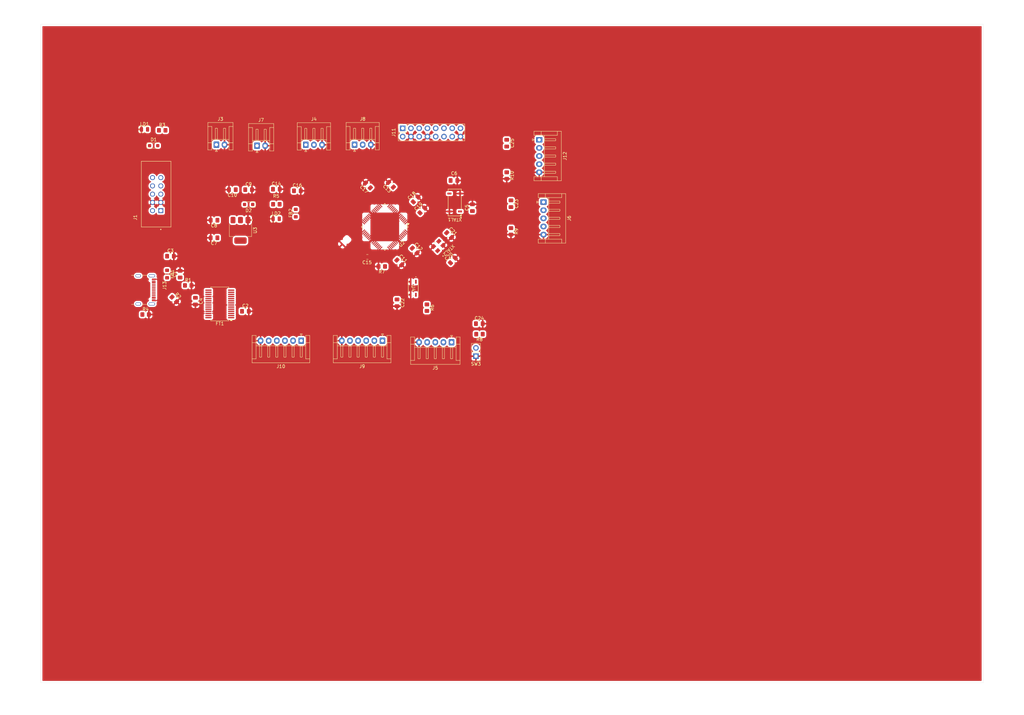
<source format=kicad_pcb>
(kicad_pcb (version 20241229) (generator "pcbnew") (generator_version "9.0")
  (layers (0 "F.Cu" signal) (4 "In1.Cu" signal) (6 "In2.Cu" signal) (2 "B.Cu" signal) (13 "F.Paste" user) (15 "B.Paste" user) (5 "F.SilkS" user "F.Silkscreen") (7 "B.SilkS" user "B.Silkscreen") (1 "F.Mask" user) (3 "B.Mask" user) (25 "Edge.Cuts" user))
  (net 0 "")
  (net 1 "+5V")
  (net 2 "/VBUS")
  (net 3 "+3V0")
  (net 4 "/3v3-vo")
  (net 5 "/HS_CLK-IN")
  (net 6 "/HS_CLK-OUT")
  (net 7 "/3VA")
  (net 8 "/LS_CLK-IN")
  (net 9 "/LS_CLK-OUT")
  (net 10 "/NRST")
  (net 11 "/ADMIN_JOYSTICK-BUTTON")
  (net 12 "/ADMIN_CONSOLE-BUTTON")
  (net 13 "GND")
  (net 14 "/U5V")
  (net 15 "/PA14")
  (net 16 "/V3.3_IN")
  (net 17 "/PA13")
  (net 18 "/D+")
  (net 19 "Net-(LD1-A)")
  (net 20 "Net-(LD2-A)")
  (net 21 "/D-")
  (net 22 "Net-(FT1-3V3OUT)")
  (net 24 "/IR_IN_1")
  (net 28 "/CONSOLE_DISP-2")
  (net 34 "/CONSOLE_DISP-1")
  (net 36 "/CONSOLE_DISP-3")
  (net 41 "/ADMIN_JOYSTICK-Y")
  (net 42 "/ADMIN_JOYSTICK-X")
  (net 43 "/IR_IN_2")
  (net 44 "/PB13")
  (net 45 "/PB15")
  (net 46 "/PB14")
  (net 47 "/PB12")
  (net 48 "/PC7")
  (net 49 "/PC6")
  (net 50 "/PC9")
  (net 51 "/PC8")
  (net 52 "/B")
  (net 53 "/C")
  (net 54 "/PB1")
  (net 55 "/G1")
  (net 56 "/B1")
  (net 57 "/CLK")
  (net 58 "/G2")
  (net 59 "/OE")
  (net 60 "/D")
  (net 61 "/PB11")
  (net 62 "/LAT")
  (net 63 "/A")
  (net 64 "/B2")
  (net 65 "/PA1")
  (net 66 "/PA0")
  (net 67 "/BOOT0")
  (net 68 "/PC12")
  (net 69 "/PD2")
  (net 70 "/PB4")
  (net 71 "/PB6")
  (net 72 "/PC13")
  (net 73 "/PB7")
  (net 74 "/PA10")
  (net 75 "/PA12")
  (net 76 "/PB8")
  (net 77 "+24V")
  (net 78 "/PB9")
  (net 79 "/PC3")
  (net 80 "/PB5")
  (net 81 "/PA11")
  (net 83 "Net-(J13-CC1)")
  (net 84 "Net-(J13-CC2)")
  (net 85 "Net-(J13-SHIELD)")
  (footprint "Capacitor_SMD:C_0805_2012Metric_Pad1.18x1.45mm_HandSolder" (layer "F.Cu") (at 119.913798 59.749392 45)
    (property "Reference" "C19" (at 0.000001 -1.68 45) (layer "F.SilkS"))
    (property "Value" "1uf")
    (pad "1" smd roundrect (at -1.0375 0 45) (size 1.175 1.45) (layers "F.Cu" "F.Mask" "F.Paste") (roundrect_rratio 0.212766) (net 7 "/3VA"))
    (pad "2" smd roundrect (at 1.0375 0 45) (size 1.175 1.45) (layers "F.Cu" "F.Mask" "F.Paste") (roundrect_rratio 0.212766) (net 13 "GND"))
  )
  (footprint "Resistor_SMD:R_0805_2012Metric_Pad1.20x1.40mm_HandSolder" (layer "F.Cu") (at 145.867501 49 -90)
    (property "Reference" "R10" (at 0 -1.65 90) (layer "F.SilkS"))
    (property "Value" "10K")
    (pad "1" smd roundrect (at -1 0 270) (size 1.2 1.4) (layers "F.Cu" "F.Mask" "F.Paste") (roundrect_rratio 0.208333) (net 72 "/PC13"))
    (pad "2" smd roundrect (at 1 0 270) (size 1.2 1.4) (layers "F.Cu" "F.Mask" "F.Paste") (roundrect_rratio 0.208333) (net 13 "GND"))
  )
  (footprint "Capacitor_SMD:C_0805_2012Metric_Pad1.18x1.45mm_HandSolder" (layer "F.Cu") (at 117.547061 72.062889 -45)
    (property "Reference" "C12" (at 0.000001 -1.68 135) (layer "F.SilkS"))
    (property "Value" ".1uF")
    (pad "1" smd roundrect (at -1.0375 0 315) (size 1.175 1.45) (layers "F.Cu" "F.Mask" "F.Paste") (roundrect_rratio 0.212766) (net 3 "+3V0"))
    (pad "2" smd roundrect (at 1.0375 0 315) (size 1.175 1.45) (layers "F.Cu" "F.Mask" "F.Paste") (roundrect_rratio 0.212766) (net 13 "GND"))
  )
  (footprint "Connector_PinHeader_2.54mm:PinHeader_1x02_P2.54mm_Vertical" (layer "F.Cu") (at 136.4 104.561311 180)
    (property "Reference" "SW3" (at -0.000001 -2.38 0) (layer "F.SilkS"))
    (property "Value" "1x02JST-Admin Console button connector")
    (pad "1" thru_hole rect (at 0 0 180) (size 1.7 1.7) (drill 1) (layers "*.Cu" "*.Mask") (net 13 "GND"))
    (pad "2" thru_hole circle (at 0 2.54 180) (size 1.7 1.7) (drill 1) (layers "*.Cu" "*.Mask") (net 12 "/ADMIN_CONSOLE-BUTTON"))
  )
  (footprint "Connector_JST:JST_EH_S2B-EH_1x02_P2.50mm_Horizontal" (layer "F.Cu") (at 69.064389 39.8219)
    (property "Reference" "J7" (at 1.249999 -7.900001 0) (layer "F.SilkS"))
    (property "Value" "1x02JST-IR Transmitter")
    (pad "1" thru_hole roundrect (at 0 0) (size 1.7 2) (drill 1) (layers "*.Cu" "*.Mask") (roundrect_rratio 0.147059) (net 1 "+5V"))
    (pad "2" thru_hole oval (at 2.5 0) (size 1.7 2) (drill 1) (layers "*.Cu" "*.Mask") (net 13 "GND"))
  )
  (footprint "Capacitor_SMD:C_0805_2012Metric_Pad1.18x1.45mm_HandSolder" (layer "F.Cu") (at 65.487748 90.753236)
    (property "Reference" "C2" (at 0 -1.679999 0) (layer "F.SilkS"))
    (property "Value" ".1uF")
    (pad "1" smd roundrect (at -1.0375 0) (size 1.175 1.45) (layers "F.Cu" "F.Mask" "F.Paste") (roundrect_rratio 0.212766) (net 1 "+5V"))
    (pad "2" smd roundrect (at 1.0375 0) (size 1.175 1.45) (layers "F.Cu" "F.Mask" "F.Paste") (roundrect_rratio 0.212766) (net 13 "GND"))
  )
  (footprint "Capacitor_SMD:C_0805_2012Metric_Pad1.18x1.45mm_HandSolder" (layer "F.Cu") (at 55.837915 68.149152 180)
    (property "Reference" "C7" (at 0 -1.679999 0) (layer "F.SilkS"))
    (property "Value" "22uF")
    (pad "1" smd roundrect (at -1.0375 0 180) (size 1.175 1.45) (layers "F.Cu" "F.Mask" "F.Paste") (roundrect_rratio 0.212766) (net 1 "+5V"))
    (pad "2" smd roundrect (at 1.0375 0 180) (size 1.175 1.45) (layers "F.Cu" "F.Mask" "F.Paste") (roundrect_rratio 0.212766) (net 13 "GND"))
  )
  (footprint "Package_SO:SSOP-28_5.3x10.2mm_P0.65mm" (layer "F.Cu") (at 57.615175 88.489438 180)
    (property "Reference" "FT1" (at 0 -6.05 0) (layer "F.SilkS"))
    (property "Value" "~")
    (pad "1" smd roundrect (at -3.5 -4.225 180) (size 1.9 0.4) (layers "F.Cu" "F.Mask" "F.Paste") (net 69 "/PD2"))
    (pad "2" smd roundrect (at -3.5 -3.575001 180) (size 1.9 0.4) (layers "F.Cu" "F.Mask" "F.Paste"))
    (pad "3" smd roundrect (at -3.499999 -2.925 180) (size 1.9 0.4) (layers "F.Cu" "F.Mask" "F.Paste"))
    (pad "4" smd roundrect (at -3.500001 -2.274999 180) (size 1.9 0.4) (layers "F.Cu" "F.Mask" "F.Paste") (net 1 "+5V"))
    (pad "5" smd roundrect (at -3.5 -1.625 180) (size 1.9 0.4) (layers "F.Cu" "F.Mask" "F.Paste") (net 68 "/PC12"))
    (pad "6" smd roundrect (at -3.5 -0.975001 180) (size 1.9 0.4) (layers "F.Cu" "F.Mask" "F.Paste"))
    (pad "7" smd roundrect (at -3.499999 -0.325 180) (size 1.9 0.4) (layers "F.Cu" "F.Mask" "F.Paste") (net 13 "GND"))
    (pad "8" smd roundrect (at -3.499999 0.324999 180) (size 1.9 0.4) (layers "F.Cu" "F.Mask" "F.Paste"))
    (pad "9" smd roundrect (at -3.5 0.975 180) (size 1.9 0.4) (layers "F.Cu" "F.Mask" "F.Paste"))
    (pad "10" smd roundrect (at -3.5 1.625 180) (size 1.9 0.4) (layers "F.Cu" "F.Mask" "F.Paste"))
    (pad "11" smd roundrect (at -3.5 2.275 180) (size 1.9 0.4) (layers "F.Cu" "F.Mask" "F.Paste"))
    (pad "12" smd roundrect (at -3.499999 2.925 180) (size 1.9 0.4) (layers "F.Cu" "F.Mask" "F.Paste"))
    (pad "13" smd roundrect (at -3.499999 3.574999 180) (size 1.9 0.4) (layers "F.Cu" "F.Mask" "F.Paste"))
    (pad "14" smd roundrect (at -3.5 4.225 180) (size 1.9 0.4) (layers "F.Cu" "F.Mask" "F.Paste"))
    (pad "15" smd roundrect (at 3.5 4.225 180) (size 1.9 0.4) (layers "F.Cu" "F.Mask" "F.Paste") (net 21 "/D-"))
    (pad "16" smd roundrect (at 3.5 3.575001 180) (size 1.9 0.4) (layers "F.Cu" "F.Mask" "F.Paste") (net 18 "/D+"))
    (pad "17" smd roundrect (at 3.499999 2.925 180) (size 1.9 0.4) (layers "F.Cu" "F.Mask" "F.Paste") (net 22 "Net-(FT1-3V3OUT)"))
    (pad "18" smd roundrect (at 3.500001 2.274999 180) (size 1.9 0.4) (layers "F.Cu" "F.Mask" "F.Paste") (net 13 "GND"))
    (pad "19" smd roundrect (at 3.5 1.625 180) (size 1.9 0.4) (layers "F.Cu" "F.Mask" "F.Paste"))
    (pad "20" smd roundrect (at 3.5 0.975001 180) (size 1.9 0.4) (layers "F.Cu" "F.Mask" "F.Paste") (net 1 "+5V"))
    (pad "21" smd roundrect (at 3.499999 0.325 180) (size 1.9 0.4) (layers "F.Cu" "F.Mask" "F.Paste") (net 13 "GND"))
    (pad "22" smd roundrect (at 3.499999 -0.324999 180) (size 1.9 0.4) (layers "F.Cu" "F.Mask" "F.Paste"))
    (pad "23" smd roundrect (at 3.5 -0.975 180) (size 1.9 0.4) (layers "F.Cu" "F.Mask" "F.Paste"))
    (pad "24" smd roundrect (at 3.5 -1.625 180) (size 1.9 0.4) (layers "F.Cu" "F.Mask" "F.Paste"))
    (pad "25" smd roundrect (at 3.5 -2.275 180) (size 1.9 0.4) (layers "F.Cu" "F.Mask" "F.Paste") (net 13 "GND"))
    (pad "26" smd roundrect (at 3.499999 -2.925 180) (size 1.9 0.4) (layers "F.Cu" "F.Mask" "F.Paste") (net 13 "GND"))
    (pad "27" smd roundrect (at 3.499999 -3.574999 180) (size 1.9 0.4) (layers "F.Cu" "F.Mask" "F.Paste"))
    (pad "28" smd roundrect (at 3.5 -4.225 180) (size 1.9 0.4) (layers "F.Cu" "F.Mask" "F.Paste"))
  )
  (footprint "Connector_JST:JST_EH_S5B-EH_1x05_P2.50mm_Horizontal" (layer "F.Cu") (at 155.8675 38 -90)
    (property "Reference" "J12" (at 5.000001 -7.9 90) (layer "F.SilkS"))
    (property "Value" "1x05JST - Joystick2 connector (gamer)")
    (pad "1" thru_hole roundrect (at 0 0 270) (size 1.7 1.95) (drill 0.95) (layers "*.Cu" "*.Mask") (roundrect_rratio 0.147059) (net 3 "+3V0"))
    (pad "2" thru_hole oval (at 2.5 0 270) (size 1.7 1.95) (drill 0.95) (layers "*.Cu" "*.Mask") (net 72 "/PC13"))
    (pad "3" thru_hole oval (at 5 0 270) (size 1.7 1.95) (drill 0.95) (layers "*.Cu" "*.Mask") (net 66 "/PA0"))
    (pad "4" thru_hole oval (at 7.499999 0 270) (size 1.7 1.95) (drill 0.95) (layers "*.Cu" "*.Mask") (net 65 "/PA1"))
    (pad "5" thru_hole oval (at 10 -0.000001 270) (size 1.7 1.95) (drill 0.95) (layers "*.Cu" "*.Mask") (net 13 "GND"))
  )
  (footprint "Connector_JST:JST_EH_S3B-EH_1x03_P2.50mm_Horizontal" (layer "F.Cu") (at 84.064389 39.5373)
    (property "Reference" "J4" (at 2.500002 -7.899998 0) (layer "F.SilkS"))
    (property "Value" "1x03JST- IR Receiver1")
    (pad "1" thru_hole roundrect (at 0 0) (size 1.7 1.95) (drill 0.95) (layers "*.Cu" "*.Mask") (roundrect_rratio 0.147059) (net 1 "+5V"))
    (pad "2" thru_hole oval (at 2.5 0) (size 1.7 1.95) (drill 0.95) (layers "*.Cu" "*.Mask") (net 24 "/IR_IN_1"))
    (pad "3" thru_hole oval (at 5 0) (size 1.7 1.95) (drill 0.95) (layers "*.Cu" "*.Mask") (net 13 "GND"))
  )
  (footprint "Resistor_SMD:R_0805_2012Metric_Pad1.20x1.40mm_HandSolder" (layer "F.Cu") (at 47.9 82.8)
    (property "Reference" "R1" (at 0 -1.65 0) (layer "F.SilkS"))
    (property "Value" "5k11")
    (pad "1" smd roundrect (at -1 0) (size 1.2 1.4) (layers "F.Cu" "F.Mask" "F.Paste") (roundrect_rratio 0.208333) (net 83 "Net-(J13-CC1)"))
    (pad "2" smd roundrect (at 1 0) (size 1.2 1.4) (layers "F.Cu" "F.Mask" "F.Paste") (roundrect_rratio 0.208333) (net 13 "GND"))
  )
  (footprint "General Library:KMR241G-RESET-BUTTON" (layer "F.Cu") (at 117.123301 83.670343 -90)
    (property "Reference" "U4" (at 0 0 270) (layer "F.SilkS"))
    (property "Value" "KMR241GLFS")
    (pad "1" smd rect (at -2.0066 -0.804999 270) (size 1.1938 0.508) (layers "F.Cu" "F.Mask" "F.Paste") (net 10 "/NRST"))
    (pad "2" smd rect (at -2.0066 0.804999 270) (size 1.1938 0.508) (layers "F.Cu" "F.Mask" "F.Paste") (net 13 "GND"))
    (pad "3" smd rect (at 2.0066 0.804999 270) (size 1.1938 0.508) (layers "F.Cu" "F.Mask" "F.Paste") (net 13 "GND"))
    (pad "4" smd rect (at 2.0066 -0.804999 270) (size 1.1938 0.508) (layers "F.Cu" "F.Mask" "F.Paste") (net 10 "/NRST"))
  )
  (footprint "Capacitor_SMD:C_0805_2012Metric_Pad1.18x1.45mm_HandSolder" (layer "F.Cu") (at 66.471808 53.341914)
    (property "Reference" "C9" (at 0 -1.679999 0) (layer "F.SilkS"))
    (property "Value" ".1uF")
    (pad "1" smd roundrect (at -1.0375 0) (size 1.175 1.45) (layers "F.Cu" "F.Mask" "F.Paste") (roundrect_rratio 0.212766) (net 4 "/3v3-vo"))
    (pad "2" smd roundrect (at 1.0375 0) (size 1.175 1.45) (layers "F.Cu" "F.Mask" "F.Paste") (roundrect_rratio 0.212766) (net 13 "GND"))
  )
  (footprint "Connector_JST:JST_EH_S5B-EH_1x05_P2.50mm_Horizontal" (layer "F.Cu") (at 128.9 100.276947 180)
    (property "Reference" "J5" (at 5.000002 -7.899999 0) (layer "F.SilkS"))
    (property "Value" "1x05JST-Admin LCD Console Connector")
    (pad "1" thru_hole roundrect (at 0 0 180) (size 1.7 1.95) (drill 0.95) (layers "*.Cu" "*.Mask") (roundrect_rratio 0.147059) (net 3 "+3V0"))
    (pad "2" thru_hole oval (at 2.5 0 180) (size 1.7 1.95) (drill 0.95) (layers "*.Cu" "*.Mask") (net 34 "/CONSOLE_DISP-1"))
    (pad "3" thru_hole oval (at 5 0 180) (size 1.7 1.95) (drill 0.95) (layers "*.Cu" "*.Mask") (net 28 "/CONSOLE_DISP-2"))
    (pad "4" thru_hole oval (at 7.5 0 180) (size 1.7 1.95) (drill 0.95) (layers "*.Cu" "*.Mask") (net 36 "/CONSOLE_DISP-3"))
    (pad "5" thru_hole oval (at 10 0.000002 180) (size 1.7 1.95) (drill 0.95) (layers "*.Cu" "*.Mask") (net 13 "GND"))
  )
  (footprint "LED_SMD:LED_0805_2012Metric" (layer "F.Cu") (at 34.46 34.8)
    (property "Reference" "LD1" (at 0 -1.65 0) (layer "F.SilkS"))
    (property "Value" "LED_Red")
    (pad "1" smd roundrect (at -0.9375 0) (size 0.975 1.4) (layers "F.Cu" "F.Mask" "F.Paste") (net 13 "GND"))
    (pad "2" smd roundrect (at 0.9375 0) (size 0.975 1.4) (layers "F.Cu" "F.Mask" "F.Paste") (net 19 "Net-(LD1-A)"))
  )
  (footprint "Resistor_SMD:R_0805_2012Metric_Pad1.20x1.40mm_HandSolder" (layer "F.Cu") (at 34.794999 91.74825)
    (property "Reference" "R4" (at 0 -1.65 0) (layer "F.SilkS"))
    (property "Value" "1M")
    (pad "1" smd roundrect (at -1.000001 0) (size 1.2 1.4) (layers "F.Cu" "F.Mask" "F.Paste") (roundrect_rratio 0.208333) (net 85 "Net-(J13-SHIELD)"))
    (pad "2" smd roundrect (at 1.000001 0) (size 1.2 1.4) (layers "F.Cu" "F.Mask" "F.Paste") (roundrect_rratio 0.208333) (net 13 "GND"))
  )
  (footprint "Capacitor_SMD:C_0805_2012Metric_Pad1.18x1.45mm_HandSolder" (layer "F.Cu") (at 55.842461 62.732978 180)
    (property "Reference" "C8" (at 0 -1.679999 0) (layer "F.SilkS"))
    (property "Value" ".1uF")
    (pad "1" smd roundrect (at -1.0375 0 180) (size 1.175 1.45) (layers "F.Cu" "F.Mask" "F.Paste") (roundrect_rratio 0.212766) (net 1 "+5V"))
    (pad "2" smd roundrect (at 1.0375 0 180) (size 1.175 1.45) (layers "F.Cu" "F.Mask" "F.Paste") (roundrect_rratio 0.212766) (net 13 "GND"))
  )
  (footprint "Resistor_SMD:R_0805_2012Metric_Pad1.20x1.40mm_HandSolder" (layer "F.Cu") (at 107.431134 76.968201 180)
    (property "Reference" "R7" (at 0 -1.65 0) (layer "F.SilkS"))
    (property "Value" "100K")
    (pad "1" smd roundrect (at -1 0 180) (size 1.2 1.4) (layers "F.Cu" "F.Mask" "F.Paste") (roundrect_rratio 0.208333) (net 67 "/BOOT0"))
    (pad "2" smd roundrect (at 1 0 180) (size 1.2 1.4) (layers "F.Cu" "F.Mask" "F.Paste") (roundrect_rratio 0.208333) (net 13 "GND"))
  )
  (footprint "Sr_ Design:ECS - CRYSTAL 32.7680KHZ 6PF SMD" (layer "F.Cu") (at 129.878852 57.290698 180)
    (property "Reference" "XTAL1" (at 0 -5.26 180) (layer "F.SilkS"))
    (property "Value" "32.768kHz(12.5pF)")
    (fp_text user "*" (at -1.8923 -4.2994 180) (layer "F.SilkS"))
    (fp_text user "*" (at -1.8923 -4.2994 0) (layer "F.SilkS"))
    (pad "1" smd rect (at -1.6383 -2.75 180) (size 1.2446 0.5588) (layers "F.Cu" "F.Mask" "F.Paste") (net 5 "/HS_CLK-IN"))
    (pad "2" smd rect (at -1.6383 2.75 180) (size 1.2446 0.5588) (layers "F.Cu" "F.Mask" "F.Paste") (net 13 "GND"))
    (pad "3" smd rect (at 1.6383 2.75 180) (size 1.2446 0.5588) (layers "F.Cu" "F.Mask" "F.Paste") (net 6 "/HS_CLK-OUT"))
    (pad "4" smd rect (at 1.6383 -2.75 180) (size 1.2446 0.5588) (layers "F.Cu" "F.Mask" "F.Paste") (net 13 "GND"))
  )
  (footprint "Inductor_SMD:L_0805_2012Metric_Pad1.05x1.20mm_HandSolder" (layer "F.Cu") (at 80.971806 60.541917 90)
    (property "Reference" "FB2" (at 0 -1.55 90) (layer "F.SilkS"))
    (property "Value" "Ferrite Bead")
    (pad "1" smd roundrect (at -1.149999 0.000001 90) (size 1.05 1.2) (layers "F.Cu" "F.Mask" "F.Paste") (roundrect_rratio 0.238095) (net 7 "/3VA"))
    (pad "2" smd roundrect (at 1.149999 -0.000001 90) (size 1.05 1.2) (layers "F.Cu" "F.Mask" "F.Paste") (roundrect_rratio 0.238095) (net 3 "+3V0"))
  )
  (footprint "Connector_JST:JST_EH_S6B-EH_1x06_P2.50mm_Horizontal" (layer "F.Cu") (at 107.649999 99.799999 180)
    (property "Reference" "J9" (at 6.25 -7.9 0) (layer "F.SilkS"))
    (property "Value" "1x06Screw-Stepper Driver")
    (pad "1" thru_hole roundrect (at 0 0 180) (size 1.7 1.95) (drill 0.95) (layers "*.Cu" "*.Mask") (roundrect_rratio 0.147059) (net 77 "+24V"))
    (pad "2" thru_hole oval (at 2.5 0 180) (size 1.7 1.95) (drill 0.95) (layers "*.Cu" "*.Mask") (net 47 "/PB12"))
    (pad "3" thru_hole oval (at 5 0 180) (size 1.7 1.95) (drill 0.95) (layers "*.Cu" "*.Mask") (net 44 "/PB13"))
    (pad "4" thru_hole oval (at 7.5 0 180) (size 1.7 1.95) (drill 0.95) (layers "*.Cu" "*.Mask") (net 46 "/PB14"))
    (pad "5" thru_hole oval (at 10 0 180) (size 1.7 1.95) (drill 0.95) (layers "*.Cu" "*.Mask") (net 45 "/PB15"))
    (pad "6" thru_hole oval (at 12.5 0 180) (size 1.7 1.95) (drill 0.95) (layers "*.Cu" "*.Mask") (net 13 "GND"))
  )
  (footprint "Capacitor_SMD:C_0805_2012Metric_Pad1.18x1.45mm_HandSolder" (layer "F.Cu") (at 103.166377 52.042597 135)
    (property "Reference" "C17" (at -0.000001 -1.68 135) (layer "F.SilkS"))
    (property "Value" "1uf")
    (pad "1" smd roundrect (at -1.0375 0 135) (size 1.175 1.45) (layers "F.Cu" "F.Mask" "F.Paste") (roundrect_rratio 0.212766) (net 3 "+3V0"))
    (pad "2" smd roundrect (at 1.0375 0 135) (size 1.175 1.45) (layers "F.Cu" "F.Mask" "F.Paste") (roundrect_rratio 0.212766) (net 13 "GND"))
  )
  (footprint "Diode_SMD:D_SOD-323_HandSoldering" (layer "F.Cu") (at 66.471808 57.895849 180)
    (property "Reference" "D2" (at 0 -1.850001 0) (layer "F.SilkS"))
    (property "Value" "BAT60JFILM")
    (pad "1" smd roundrect (at -1.249999 0 180) (size 1 1) (layers "F.Cu" "F.Mask" "F.Paste") (net 3 "+3V0"))
    (pad "2" smd roundrect (at 1.249999 0 180) (size 1 1) (layers "F.Cu" "F.Mask" "F.Paste") (net 4 "/3v3-vo"))
  )
  (footprint "Connector_JST:JST_EH_S6B-EH_1x06_P2.50mm_Horizontal" (layer "F.Cu") (at 82.650001 99.8 180)
    (property "Reference" "J10" (at 6.25 -7.9 0) (layer "F.SilkS"))
    (property "Value" "1x06Screw-Stepper Driver2")
    (pad "1" thru_hole roundrect (at 0 0 180) (size 1.7 1.95) (drill 0.95) (layers "*.Cu" "*.Mask") (roundrect_rratio 0.147059) (net 77 "+24V"))
    (pad "2" thru_hole oval (at 2.5 0 180) (size 1.7 1.95) (drill 0.95) (layers "*.Cu" "*.Mask") (net 49 "/PC6"))
    (pad "3" thru_hole oval (at 5 0 180) (size 1.7 1.95) (drill 0.95) (layers "*.Cu" "*.Mask") (net 48 "/PC7"))
    (pad "4" thru_hole oval (at 7.5 0 180) (size 1.7 1.95) (drill 0.95) (layers "*.Cu" "*.Mask") (net 51 "/PC8"))
    (pad "5" thru_hole oval (at 10 0 180) (size 1.7 1.95) (drill 0.95) (layers "*.Cu" "*.Mask") (net 50 "/PC9"))
    (pad "6" thru_hole oval (at 12.5 0 180) (size 1.7 1.95) (drill 0.95) (layers "*.Cu" "*.Mask") (net 13 "GND"))
  )
  (footprint "Inductor_SMD:L_0805_2012Metric_Pad1.05x1.20mm_HandSolder" (layer "F.Cu") (at 41.4 79.3 -90)
    (property "Reference" "FB1" (at 0 -1.550001 90) (layer "F.SilkS"))
    (property "Value" "Ferrite Bead")
    (pad "1" smd roundrect (at -1.149999 0.000001 270) (size 1.05 1.2) (layers "F.Cu" "F.Mask" "F.Paste") (roundrect_rratio 0.238095) (net 1 "+5V"))
    (pad "2" smd roundrect (at 1.149999 -0.000001 270) (size 1.05 1.2) (layers "F.Cu" "F.Mask" "F.Paste") (roundrect_rratio 0.238095) (net 2 "/VBUS"))
  )
  (footprint "Capacitor_SMD:C_0805_2012Metric_Pad1.18x1.45mm_HandSolder" (layer "F.Cu") (at 137.4375 94.561311)
    (property "Reference" "C24" (at 0.000001 -1.68 0) (layer "F.SilkS"))
    (property "Value" ".1uF")
    (pad "1" smd roundrect (at -1.0375 0) (size 1.175 1.45) (layers "F.Cu" "F.Mask" "F.Paste") (roundrect_rratio 0.212766) (net 12 "/ADMIN_CONSOLE-BUTTON"))
    (pad "2" smd roundrect (at 1.0375 0) (size 1.175 1.45) (layers "F.Cu" "F.Mask" "F.Paste") (roundrect_rratio 0.212766) (net 13 "GND"))
  )
  (footprint "Capacitor_SMD:C_0805_2012Metric_Pad1.18x1.45mm_HandSolder" (layer "F.Cu") (at 112.123301 88.143149 -90)
    (property "Reference" "C22" (at 0 -1.679999 90) (layer "F.SilkS"))
    (property "Value" ".1uF")
    (pad "1" smd roundrect (at -1.0375 0 270) (size 1.175 1.45) (layers "F.Cu" "F.Mask" "F.Paste") (roundrect_rratio 0.212766) (net 10 "/NRST"))
    (pad "2" smd roundrect (at 1.0375 0 270) (size 1.175 1.45) (layers "F.Cu" "F.Mask" "F.Paste") (roundrect_rratio 0.212766) (net 13 "GND"))
  )
  (footprint "Capacitor_SMD:C_0805_2012Metric_Pad1.18x1.45mm_HandSolder" (layer "F.Cu") (at 129.280171 75.121504 45)
    (property "Reference" "C20" (at -0.000001 -1.68 45) (layer "F.SilkS"))
    (property "Value" "12.5pF")
    (pad "1" smd roundrect (at -1.0375 0 45) (size 1.175 1.45) (layers "F.Cu" "F.Mask" "F.Paste") (roundrect_rratio 0.212766) (net 8 "/LS_CLK-IN"))
    (pad "2" smd roundrect (at 1.0375 0 45) (size 1.175 1.45) (layers "F.Cu" "F.Mask" "F.Paste") (roundrect_rratio 0.212766) (net 13 "GND"))
  )
  (footprint "Resistor_SMD:R_0805_2012Metric_Pad1.20x1.40mm_HandSolder" (layer "F.Cu") (at 121.318301 89.639443 -90)
    (property "Reference" "R6" (at 0 -1.65 90) (layer "F.SilkS"))
    (property "Value" "10K")
    (pad "1" smd roundrect (at -1 0 270) (size 1.2 1.4) (layers "F.Cu" "F.Mask" "F.Paste") (roundrect_rratio 0.208333) (net 3 "+3V0"))
    (pad "2" smd roundrect (at 1 0 270) (size 1.2 1.4) (layers "F.Cu" "F.Mask" "F.Paste") (roundrect_rratio 0.208333) (net 10 "/NRST"))
  )
  (footprint "Capacitor_SMD:C_0805_2012Metric_Pad1.18x1.45mm_HandSolder" (layer "F.Cu") (at 75.009307 53.191916)
    (property "Reference" "C14" (at 0 -1.68 0) (layer "F.SilkS"))
    (property "Value" "4.7uf")
    (pad "1" smd roundrect (at -1.0375 0) (size 1.175 1.45) (layers "F.Cu" "F.Mask" "F.Paste") (roundrect_rratio 0.212766) (net 3 "+3V0"))
    (pad "2" smd roundrect (at 1.0375 0) (size 1.175 1.45) (layers "F.Cu" "F.Mask" "F.Paste") (roundrect_rratio 0.212766) (net 13 "GND"))
  )
  (footprint "Capacitor_SMD:C_0805_2012Metric_Pad1.18x1.45mm_HandSolder" (layer "F.Cu") (at 147.181796 57.66433 -90)
    (property "Reference" "C23" (at -0.000001 -1.68 90) (layer "F.SilkS"))
    (property "Value" ".1uF")
    (pad "1" smd roundrect (at -1.0375 0 270) (size 1.175 1.45) (layers "F.Cu" "F.Mask" "F.Paste") (roundrect_rratio 0.212766) (net 3 "+3V0"))
    (pad "2" smd roundrect (at 1.0375 0 270) (size 1.175 1.45) (layers "F.Cu" "F.Mask" "F.Paste") (roundrect_rratio 0.212766) (net 11 "/ADMIN_JOYSTICK-BUTTON"))
  )
  (footprint "Connector_JST:JST_EH_S2B-EH_1x02_P2.50mm_Horizontal" (layer "F.Cu") (at 56.564389 39.5048)
    (property "Reference" "J3" (at 1.249999 -7.900001 0) (layer "F.SilkS"))
    (property "Value" "1x02JST-IR Transmitter1")
    (pad "1" thru_hole roundrect (at 0 0) (size 1.7 2) (drill 1) (layers "*.Cu" "*.Mask") (roundrect_rratio 0.147059) (net 1 "+5V"))
    (pad "2" thru_hole oval (at 2.5 0) (size 1.7 2) (drill 1) (layers "*.Cu" "*.Mask") (net 13 "GND"))
  )
  (footprint "Capacitor_SMD:C_0805_2012Metric_Pad1.18x1.45mm_HandSolder" (layer "F.Cu") (at 135.315577 58.878811 90)
    (property "Reference" "C5" (at 0.000001 -1.68 90) (layer "F.SilkS"))
    (property "Value" "20pF")
    (pad "1" smd roundrect (at -1.0375 0 90) (size 1.175 1.45) (layers "F.Cu" "F.Mask" "F.Paste") (roundrect_rratio 0.212766) (net 5 "/HS_CLK-IN"))
    (pad "2" smd roundrect (at 1.0375 0 90) (size 1.175 1.45) (layers "F.Cu" "F.Mask" "F.Paste") (roundrect_rratio 0.212766) (net 13 "GND"))
  )
  (footprint "Capacitor_SMD:C_0805_2012Metric_Pad1.18x1.45mm_HandSolder" (layer "F.Cu") (at 112.821638 75.723154 -45)
    (property "Reference" "C11" (at 0.000001 -1.679999 135) (layer "F.SilkS"))
    (property "Value" ".1uF")
    (pad "1" smd roundrect (at -1.0375 0 315) (size 1.175 1.45) (layers "F.Cu" "F.Mask" "F.Paste") (roundrect_rratio 0.212766) (net 3 "+3V0"))
    (pad "2" smd roundrect (at 1.0375 0 315) (size 1.175 1.45) (layers "F.Cu" "F.Mask" "F.Paste") (roundrect_rratio 0.212766) (net 13 "GND"))
  )
  (footprint "Resistor_SMD:R_0805_2012Metric_Pad1.20x1.40mm_HandSolder" (layer "F.Cu") (at 75.009308 57.82957)
    (property "Reference" "R5" (at -0.0625 -2.5 0) (layer "F.SilkS"))
    (property "Value" "1k")
    (pad "1" smd roundrect (at -1 0) (size 1.2 1.4) (layers "F.Cu" "F.Mask" "F.Paste") (roundrect_rratio 0.208333) (net 3 "+3V0"))
    (pad "2" smd roundrect (at 1 0) (size 1.2 1.4) (layers "F.Cu" "F.Mask" "F.Paste") (roundrect_rratio 0.208333) (net 20 "Net-(LD2-A)"))
  )
  (footprint "Connector_JST:JST_EH_S5B-EH_1x05_P2.50mm_Horizontal" (layer "F.Cu") (at 157.181795 57.164331 -90)
    (property "Reference" "J6" (at 5.000001 -7.9 90) (layer "F.SilkS"))
    (property "Value" "1x05JST - Joystick1 connector (admin)")
    (pad "1" thru_hole roundrect (at 0 0 270) (size 1.7 1.95) (drill 0.95) (layers "*.Cu" "*.Mask") (roundrect_rratio 0.147059) (net 3 "+3V0"))
    (pad "2" thru_hole oval (at 2.5 0 270) (size 1.7 1.95) (drill 0.95) (layers "*.Cu" "*.Mask") (net 11 "/ADMIN_JOYSTICK-BUTTON"))
    (pad "3" thru_hole oval (at 5 0 270) (size 1.7 1.95) (drill 0.95) (layers "*.Cu" "*.Mask") (net 42 "/ADMIN_JOYSTICK-X"))
    (pad "4" thru_hole oval (at 7.499999 0 270) (size 1.7 1.95) (drill 0.95) (layers "*.Cu" "*.Mask") (net 41 "/ADMIN_JOYSTICK-Y"))
    (pad "5" thru_hole oval (at 10 -0.000001 270) (size 1.7 1.95) (drill 0.95) (layers "*.Cu" "*.Mask") (net 13 "GND"))
  )
  (footprint "Capacitor_SMD:C_0805_2012Metric_Pad1.18x1.45mm_HandSolder" (layer "F.Cu") (at 45.4 79.3375 90)
    (property "Reference" "C1" (at 0 -1.679999 90) (layer "F.SilkS"))
    (property "Value" ".01uF")
    (pad "1" smd roundrect (at -1.0375 0 90) (size 1.175 1.45) (layers "F.Cu" "F.Mask" "F.Paste") (roundrect_rratio 0.212766) (net 2 "/VBUS"))
    (pad "2" smd roundrect (at 1.0375 0 90) (size 1.175 1.45) (layers "F.Cu" "F.Mask" "F.Paste") (roundrect_rratio 0.212766) (net 13 "GND"))
  )
  (footprint "Diode_SMD:D_SOD-323_HandSoldering" (layer "F.Cu") (at 37.2725 39.8)
    (property "Reference" "D1" (at 0 -1.85 0) (layer "F.SilkS"))
    (property "Value" "BAT60JFILM")
    (pad "1" smd roundrect (at -1.25 0) (size 1 1) (layers "F.Cu" "F.Mask" "F.Paste") (net 1 "+5V"))
    (pad "2" smd roundrect (at 1.25 0) (size 1 1) (layers "F.Cu" "F.Mask" "F.Paste") (net 14 "/U5V"))
  )
  (footprint "Capacitor_SMD:C_0805_2012Metric_Pad1.18x1.45mm_HandSolder" (layer "F.Cu") (at 81.471807 53.691916)
    (property "Reference" "C16" (at 0 -1.68 0) (layer "F.SilkS"))
    (property "Value" "4.7uf")
    (pad "1" smd roundrect (at -1.0375 0) (size 1.175 1.45) (layers "F.Cu" "F.Mask" "F.Paste") (roundrect_rratio 0.212766) (net 3 "+3V0"))
    (pad "2" smd roundrect (at 1.0375 0) (size 1.175 1.45) (layers "F.Cu" "F.Mask" "F.Paste") (roundrect_rratio 0.212766) (net 13 "GND"))
  )
  (footprint "Capacitor_SMD:C_0805_2012Metric_Pad1.18x1.45mm_HandSolder" (layer "F.Cu") (at 42.4375 73.8)
    (property "Reference" "C3" (at 0 -1.68 0) (layer "F.SilkS"))
    (property "Value" "4.7uF")
    (pad "1" smd roundrect (at -1.0375 0) (size 1.175 1.45) (layers "F.Cu" "F.Mask" "F.Paste") (roundrect_rratio 0.212766) (net 1 "+5V"))
    (pad "2" smd roundrect (at 1.0375 0) (size 1.175 1.45) (layers "F.Cu" "F.Mask" "F.Paste") (roundrect_rratio 0.212766) (net 13 "GND"))
  )
  (footprint "Sr_ Design:USB-C-PORT-2" (layer "F.Cu") (at 33.535 84.16825 -90)
    (property "Reference" "J13" (at -1.325 -7.075 90) (layer "F.SilkS"))
    (property "Value" "UJ20-C-H-C-4-SMT-TR")
    (pad "" np_thru_hole circle (at -2.89 -2.69 270) (size 0.6 0.6) (drill 0.6) (layers "*.Cu" "*.Mask"))
    (pad "" np_thru_hole circle (at 2.89 -2.69 270) (size 0.6 0.6) (drill 0.6) (layers "*.Cu" "*.Mask"))
    (pad "A1_B12" smd rect (at -3.2 -3.76 270) (size 0.6 1.14) (layers "F.Cu" "F.Paste") (net 13 "GND"))
    (pad "A4_B9" smd rect (at -2.4 -3.76 270) (size 0.6 1.14) (layers "F.Cu" "F.Paste") (net 2 "/VBUS"))
    (pad "A5" smd rect (at -1.25 -3.76 270) (size 0.3 1.14) (layers "F.Cu" "F.Paste") (net 83 "Net-(J13-CC1)"))
    (pad "A6" smd rect (at -0.250001 -3.76 270) (size 0.3 1.14) (layers "F.Cu" "F.Paste") (net 18 "/D+"))
    (pad "A7" smd rect (at 0.25 -3.76 270) (size 0.3 1.14) (layers "F.Cu" "F.Paste") (net 21 "/D-"))
    (pad "A8" smd rect (at 1.25 -3.76 270) (size 0.3 1.14) (layers "F.Cu" "F.Paste"))
    (pad "A9_B4" smd rect (at 2.399999 -3.759998 270) (size 0.6 1.14) (layers "F.Cu" "F.Paste") (net 2 "/VBUS"))
    (pad "A12_B1" smd rect (at 3.2 -3.76 270) (size 0.6 1.14) (layers "F.Cu" "F.Paste") (net 13 "GND"))
    (pad "B5" smd rect (at 1.749999 -3.76 270) (size 0.3 1.14) (layers "F.Cu" "F.Paste") (net 84 "Net-(J13-CC2)"))
    (pad "B6" smd rect (at 0.75 -3.760002 270) (size 0.3 1.14) (layers "F.Cu" "F.Paste") (net 18 "/D+"))
    (pad "B7" smd rect (at -0.75 -3.759999 270) (size 0.3 1.14) (layers "F.Cu" "F.Paste") (net 21 "/D-"))
    (pad "B8" smd rect (at -1.75 -3.76 270) (size 0.3 1.14) (layers "F.Cu" "F.Paste"))
    (pad "SH1" thru_hole oval (at -4.324999 1.010001 270) (size 0.9 1.7) (drill oval 0.6 1.4) (layers "*.Cu" "*.Mask") (net 85 "Net-(J13-SHIELD)"))
    (pad "SH2" thru_hole oval (at 4.324999 1.01 270) (size 0.9 1.7) (drill oval 0.6 1.4) (layers "*.Cu" "*.Mask") (net 85 "Net-(J13-SHIELD)"))
    (pad "SH3" thru_hole oval (at -4.325 -3.17 270) (size 0.9 2) (drill oval 0.6 1.7) (layers "*.Cu" "*.Mask") (net 85 "Net-(J13-SHIELD)"))
    (pad "SH4" thru_hole oval (at 4.325 -3.17 270) (size 0.9 2) (drill oval 0.6 1.7) (layers "*.Cu" "*.Mask") (net 85 "Net-(J13-SHIELD)"))
  )
  (footprint "Capacitor_SMD:C_0805_2012Metric_Pad1.18x1.45mm_HandSolder" (layer "F.Cu") (at 128.150307 67.321202 -45)
    (property "Reference" "C21" (at -0.000001 -1.679999 135) (layer "F.SilkS"))
    (property "Value" "12.5pF")
    (pad "1" smd roundrect (at -1.0375 0 315) (size 1.175 1.45) (layers "F.Cu" "F.Mask" "F.Paste") (roundrect_rratio 0.212766) (net 9 "/LS_CLK-OUT"))
    (pad "2" smd roundrect (at 1.0375 0 315) (size 1.175 1.45) (layers "F.Cu" "F.Mask" "F.Paste") (roundrect_rratio 0.212766) (net 13 "GND"))
  )
  (footprint "Resistor_SMD:R_0805_2012Metric_Pad1.20x1.40mm_HandSolder" (layer "F.Cu") (at 147.181796 66.164329 -90)
    (property "Reference" "R9" (at 0 -1.65 90) (layer "F.SilkS"))
    (property "Value" "10K")
    (pad "1" smd roundrect (at -1 0 270) (size 1.2 1.4) (layers "F.Cu" "F.Mask" "F.Paste") (roundrect_rratio 0.208333) (net 11 "/ADMIN_JOYSTICK-BUTTON"))
    (pad "2" smd roundrect (at 1 0 270) (size 1.2 1.4) (layers "F.Cu" "F.Mask" "F.Paste") (roundrect_rratio 0.208333) (net 13 "GND"))
  )
  (footprint "Package_QFP:LQFP-64_10x10mm_P0.5mm" (layer "F.Cu") (at 108.360902 64.8 -135)
    (property "Reference" "U2" (at 0.000001 -7.4 45) (layer "F.SilkS"))
    (property "Value" "STM32F091RCTx")
    (pad "1" smd roundrect (at -5.675 -3.749999 225) (size 1.55 0.3) (layers "F.Cu" "F.Mask" "F.Paste") (net 3 "+3V0"))
    (pad "2" smd roundrect (at -5.675 -3.25 225) (size 1.55 0.3) (layers "F.Cu" "F.Mask" "F.Paste") (net 72 "/PC13"))
    (pad "3" smd roundrect (at -5.675001 -2.75 225) (size 1.55 0.3) (layers "F.Cu" "F.Mask" "F.Paste") (net 8 "/LS_CLK-IN"))
    (pad "4" smd roundrect (at -5.675 -2.25 225) (size 1.55 0.3) (layers "F.Cu" "F.Mask" "F.Paste") (net 9 "/LS_CLK-OUT"))
    (pad "5" smd roundrect (at -5.675 -1.75 225) (size 1.55 0.3) (layers "F.Cu" "F.Mask" "F.Paste") (net 5 "/HS_CLK-IN"))
    (pad "6" smd roundrect (at -5.675 -1.249999 225) (size 1.55 0.3) (layers "F.Cu" "F.Mask" "F.Paste") (net 6 "/HS_CLK-OUT"))
    (pad "7" smd roundrect (at -5.675 -0.75 225) (size 1.55 0.3) (layers "F.Cu" "F.Mask" "F.Paste") (net 10 "/NRST"))
    (pad "8" smd roundrect (at -5.675 -0.249999 225) (size 1.55 0.3) (layers "F.Cu" "F.Mask" "F.Paste") (net 42 "/ADMIN_JOYSTICK-X"))
    (pad "9" smd roundrect (at -5.674999 0.25 225) (size 1.55 0.3) (layers "F.Cu" "F.Mask" "F.Paste") (net 41 "/ADMIN_JOYSTICK-Y"))
    (pad "10" smd roundrect (at -5.675 0.75 225) (size 1.55 0.3) (layers "F.Cu" "F.Mask" "F.Paste") (net 11 "/ADMIN_JOYSTICK-BUTTON"))
    (pad "11" smd roundrect (at -5.675 1.249999 225) (size 1.55 0.3) (layers "F.Cu" "F.Mask" "F.Paste") (net 79 "/PC3"))
    (pad "12" smd roundrect (at -5.675 1.75 225) (size 1.55 0.3) (layers "F.Cu" "F.Mask" "F.Paste") (net 13 "GND"))
    (pad "13" smd roundrect (at -5.675 2.25 225) (size 1.55 0.3) (layers "F.Cu" "F.Mask" "F.Paste") (net 7 "/3VA"))
    (pad "14" smd roundrect (at -5.674999 2.75 225) (size 1.55 0.3) (layers "F.Cu" "F.Mask" "F.Paste") (net 66 "/PA0"))
    (pad "15" smd roundrect (at -5.675 3.25 225) (size 1.55 0.3) (layers "F.Cu" "F.Mask" "F.Paste") (net 65 "/PA1"))
    (pad "16" smd roundrect (at -5.675 3.749999 225) (size 1.55 0.3) (layers "F.Cu" "F.Mask" "F.Paste") (net 59 "/OE"))
    (pad "17" smd roundrect (at -3.749999 5.675 225) (size 0.3 1.55) (layers "F.Cu" "F.Mask" "F.Paste") (net 62 "/LAT"))
    (pad "18" smd roundrect (at -3.25 5.675 225) (size 0.3 1.55) (layers "F.Cu" "F.Mask" "F.Paste") (net 13 "GND"))
    (pad "19" smd roundrect (at -2.75 5.675001 225) (size 0.3 1.55) (layers "F.Cu" "F.Mask" "F.Paste") (net 3 "+3V0"))
    (pad "20" smd roundrect (at -2.25 5.675 225) (size 0.3 1.55) (layers "F.Cu" "F.Mask" "F.Paste") (net 57 "/CLK"))
    (pad "21" smd roundrect (at -1.75 5.675 225) (size 0.3 1.55) (layers "F.Cu" "F.Mask" "F.Paste") (net 60 "/D"))
    (pad "22" smd roundrect (at -1.249999 5.675 225) (size 0.3 1.55) (layers "F.Cu" "F.Mask" "F.Paste") (net 53 "/C"))
    (pad "23" smd roundrect (at -0.75 5.675 225) (size 0.3 1.55) (layers "F.Cu" "F.Mask" "F.Paste") (net 52 "/B"))
    (pad "24" smd roundrect (at -0.249999 5.675 225) (size 0.3 1.55) (layers "F.Cu" "F.Mask" "F.Paste") (net 63 "/A"))
    (pad "25" smd roundrect (at 0.25 5.674999 225) (size 0.3 1.55) (layers "F.Cu" "F.Mask" "F.Paste") (net 64 "/B2"))
    (pad "26" smd roundrect (at 0.75 5.675 225) (size 0.3 1.55) (layers "F.Cu" "F.Mask" "F.Paste") (net 58 "/G2"))
    (pad "27" smd roundrect (at 1.249999 5.675 225) (size 0.3 1.55) (layers "F.Cu" "F.Mask" "F.Paste") (net 54 "/PB1"))
    (pad "28" smd roundrect (at 1.75 5.675 225) (size 0.3 1.55) (layers "F.Cu" "F.Mask" "F.Paste") (net 56 "/B1"))
    (pad "29" smd roundrect (at 2.25 5.675 225) (size 0.3 1.55) (layers "F.Cu" "F.Mask" "F.Paste") (net 55 "/G1"))
    (pad "30" smd roundrect (at 2.75 5.674999 225) (size 0.3 1.55) (layers "F.Cu" "F.Mask" "F.Paste") (net 61 "/PB11"))
    (pad "31" smd roundrect (at 3.25 5.675 225) (size 0.3 1.55) (layers "F.Cu" "F.Mask" "F.Paste") (net 13 "GND"))
    (pad "32" smd roundrect (at 3.749999 5.675 225) (size 0.3 1.55) (layers "F.Cu" "F.Mask" "F.Paste") (net 3 "+3V0"))
    (pad "33" smd roundrect (at 5.675 3.749999 225) (size 1.55 0.3) (layers "F.Cu" "F.Mask" "F.Paste") (net 47 "/PB12"))
    (pad "34" smd roundrect (at 5.675 3.25 225) (size 1.55 0.3) (layers "F.Cu" "F.Mask" "F.Paste") (net 44 "/PB13"))
    (pad "35" smd roundrect (at 5.675001 2.75 225) (size 1.55 0.3) (layers "F.Cu" "F.Mask" "F.Paste") (net 46 "/PB14"))
    (pad "36" smd roundrect (at 5.675 2.25 225) (size 1.55 0.3) (layers "F.Cu" "F.Mask" "F.Paste") (net 45 "/PB15"))
    (pad "37" smd roundrect (at 5.675 1.75 225) (size 1.55 0.3) (layers "F.Cu" "F.Mask" "F.Paste") (net 49 "/PC6"))
    (pad "38" smd roundrect (at 5.675 1.249999 225) (size 1.55 0.3) (layers "F.Cu" "F.Mask" "F.Paste") (net 48 "/PC7"))
    (pad "39" smd roundrect (at 5.675 0.75 225) (size 1.55 0.3) (layers "F.Cu" "F.Mask" "F.Paste") (net 51 "/PC8"))
    (pad "40" smd roundrect (at 5.675 0.249999 225) (size 1.55 0.3) (layers "F.Cu" "F.Mask" "F.Paste") (net 50 "/PC9"))
    (pad "41" smd roundrect (at 5.674999 -0.25 225) (size 1.55 0.3) (layers "F.Cu" "F.Mask" "F.Paste") (net 43 "/IR_IN_2"))
    (pad "42" smd roundrect (at 5.675 -0.75 225) (size 1.55 0.3) (layers "F.Cu" "F.Mask" "F.Paste") (net 24 "/IR_IN_1"))
    (pad "43" smd roundrect (at 5.675 -1.249999 225) (size 1.55 0.3) (layers "F.Cu" "F.Mask" "F.Paste") (net 74 "/PA10"))
    (pad "44" smd roundrect (at 5.675 -1.75 225) (size 1.55 0.3) (layers "F.Cu" "F.Mask" "F.Paste") (net 81 "/PA11"))
    (pad "45" smd roundrect (at 5.675 -2.25 225) (size 1.55 0.3) (layers "F.Cu" "F.Mask" "F.Paste") (net 75 "/PA12"))
    (pad "46" smd roundrect (at 5.674999 -2.75 225) (size 1.55 0.3) (layers "F.Cu" "F.Mask" "F.Paste") (net 17 "/PA13"))
    (pad "47" smd roundrect (at 5.675 -3.25 225) (size 1.55 0.3) (layers "F.Cu" "F.Mask" "F.Paste") (net 13 "GND"))
    (pad "48" smd roundrect (at 5.675 -3.749999 225) (size 1.55 0.3) (layers "F.Cu" "F.Mask" "F.Paste") (net 3 "+3V0"))
    (pad "49" smd roundrect (at 3.749999 -5.675 225) (size 0.3 1.55) (layers "F.Cu" "F.Mask" "F.Paste") (net 15 "/PA14"))
    (pad "50" smd roundrect (at 3.25 -5.675 225) (size 0.3 1.55) (layers "F.Cu" "F.Mask" "F.Paste") (net 36 "/CONSOLE_DISP-3"))
    (pad "51" smd roundrect (at 2.75 -5.675001 225) (size 0.3 1.55) (layers "F.Cu" "F.Mask" "F.Paste") (net 28 "/CONSOLE_DISP-2"))
    (pad "52" smd roundrect (at 2.25 -5.675 225) (size 0.3 1.55) (layers "F.Cu" "F.Mask" "F.Paste") (net 34 "/CONSOLE_DISP-1"))
    (pad "53" smd roundrect (at 1.75 -5.675 225) (size 0.3 1.55) (layers "F.Cu" "F.Mask" "F.Paste") (net 68 "/PC12"))
    (pad "54" smd roundrect (at 1.249999 -5.675 225) (size 0.3 1.55) (layers "F.Cu" "F.Mask" "F.Paste") (net 69 "/PD2"))
    (pad "55" smd roundrect (at 0.75 -5.675 225) (size 0.3 1.55) (layers "F.Cu" "F.Mask" "F.Paste") (net 12 "/ADMIN_CONSOLE-BUTTON"))
    (pad "56" smd roundrect (at 0.249999 -5.675 225) (size 0.3 1.55) (layers "F.Cu" "F.Mask" "F.Paste") (net 70 "/PB4"))
    (pad "57" smd roundrect (at -0.25 -5.674999 225) (size 0.3 1.55) (layers "F.Cu" "F.Mask" "F.Paste") (net 80 "/PB5"))
    (pad "58" smd roundrect (at -0.75 -5.675 225) (size 0.3 1.55) (layers "F.Cu" "F.Mask" "F.Paste") (net 71 "/PB6"))
    (pad "59" smd roundrect (at -1.249999 -5.675 225) (size 0.3 1.55) (layers "F.Cu" "F.Mask" "F.Paste") (net 73 "/PB7"))
    (pad "60" smd roundrect (at -1.75 -5.675 225) (size 0.3 1.55) (layers "F.Cu" "F.Mask" "F.Paste") (net 67 "/BOOT0"))
    (pad "61" smd roundrect (at -2.25 -5.675 225) (size 0.3 1.55) (layers "F.Cu" "F.Mask" "F.Paste") (net 76 "/PB8"))
    (pad "62" smd roundrect (at -2.75 -5.674999 225) (size 0.3 1.55) (layers "F.Cu" "F.Mask" "F.Paste") (net 78 "/PB9"))
    (pad "63" smd roundrect (at -3.25 -5.675 225) (size 0.3 1.55) (layers "F.Cu" "F.Mask" "F.Paste") (net 13 "GND"))
    (pad "64" smd roundrect (at -3.749999 -5.675 225) (size 0.3 1.55) (layers "F.Cu" "F.Mask" "F.Paste") (net 3 "+3V0"))
  )
  (footprint "Resistor_SMD:R_0805_2012Metric_Pad1.20x1.40mm_HandSolder" (layer "F.Cu") (at 43.607107 87.092893 -45)
    (property "Reference" "R2" (at 0 -1.65 135) (layer "F.SilkS"))
    (property "Value" "5k11")
    (pad "1" smd roundrect (at -1 0 315) (size 1.2 1.4) (layers "F.Cu" "F.Mask" "F.Paste") (roundrect_rratio 0.208333) (net 84 "Net-(J13-CC2)"))
    (pad "2" smd roundrect (at 1 0 315) (size 1.2 1.4) (layers "F.Cu" "F.Mask" "F.Paste") (roundrect_rratio 0.208333) (net 13 "GND"))
  )
  (footprint "Resistor_SMD:R_0805_2012Metric_Pad1.20x1.40mm_HandSolder" (layer "F.Cu") (at 39.9 35.075)
    (property "Reference" "R3" (at 0 -1.65 0) (layer "F.SilkS"))
    (property "Value" "5k11")
    (pad "1" smd roundrect (at -1 0) (size 1.2 1.4) (layers "F.Cu" "F.Mask" "F.Paste") (roundrect_rratio 0.208333) (net 1 "+5V"))
    (pad "2" smd roundrect (at 1 0) (size 1.2 1.4) (layers "F.Cu" "F.Mask" "F.Paste") (roundrect_rratio 0.208333) (net 19 "Net-(LD1-A)"))
  )
  (footprint "Resistor_SMD:R_0805_2012Metric_Pad1.20x1.40mm_HandSolder" (layer "F.Cu") (at 137.485743 97.776945 180)
    (property "Reference" "R8" (at 0 -1.65 0) (layer "F.SilkS"))
    (property "Value" "10K")
    (pad "1" smd roundrect (at -1 0 180) (size 1.2 1.4) (layers "F.Cu" "F.Mask" "F.Paste") (roundrect_rratio 0.208333) (net 3 "+3V0"))
    (pad "2" smd roundrect (at 1 0 180) (size 1.2 1.4) (layers "F.Cu" "F.Mask" "F.Paste") (roundrect_rratio 0.208333) (net 12 "/ADMIN_CONSOLE-BUTTON"))
  )
  (footprint "Capacitor_SMD:C_0805_2012Metric_Pad1.18x1.45mm_HandSolder" (layer "F.Cu") (at 102.99658 74.021442 180)
    (property "Reference" "C15" (at 0.092111 -1.707443 0) (layer "F.SilkS"))
    (property "Value" ".1uF")
    (pad "1" smd roundrect (at -1.0375 0 180) (size 1.175 1.45) (layers "F.Cu" "F.Mask" "F.Paste") (roundrect_rratio 0.212766) (net 3 "+3V0"))
    (pad "2" smd roundrect (at 1.0375 0 180) (size 1.175 1.45) (layers "F.Cu" "F.Mask" "F.Paste") (roundrect_rratio 0.212766) (net 13 "GND"))
  )
  (footprint "Sr_ Design:ECS-CRYSTAL 8MHZ 8PF SMD" (layer "F.Cu") (at 124.800077 70.656077 135)
    (property "Reference" "XTAL2" (at -3.237766 1.370454 225) (layer "F.SilkS"))
    (property "Value" "8MHz(8PF)")
    (pad "1" smd rect (at -0.900001 -1.15 135) (size 1.0922 1.2954) (layers "F.Cu" "F.Mask" "F.Paste") (net 8 "/LS_CLK-IN"))
    (pad "2" smd rect (at -0.9 1.149999 135) (size 1.0922 1.2954) (layers "F.Cu" "F.Mask" "F.Paste") (net 13 "GND"))
    (pad "3" smd rect (at 0.900001 1.15 135) (size 1.0922 1.2954) (layers "F.Cu" "F.Mask" "F.Paste") (net 9 "/LS_CLK-OUT"))
    (pad "4" smd rect (at 0.9 -1.149999 135) (size 1.0922 1.2954) (layers "F.Cu" "F.Mask" "F.Paste") (net 13 "GND"))
  )
  (footprint "Package_TO_SOT_SMD:SOT-223-3_TabPin2" (layer "F.Cu") (at 63.971807 65.841915 -90)
    (property "Reference" "U3" (at 0 -4.500001 90) (layer "F.SilkS"))
    (property "Value" "LD1117S33TR_SOT223")
    (pad "1" smd roundrect (at -3.15 -2.3 270) (size 2 1.5) (layers "F.Cu" "F.Mask" "F.Paste") (net 13 "GND"))
    (pad "2" smd roundrect (at -3.149999 0 270) (size 2 1.5) (layers "F.Cu" "F.Mask" "F.Paste") (net 4 "/3v3-vo"))
    (pad "2" smd roundrect (at 3.149999 0 270) (size 2 3.8) (layers "F.Cu" "F.Mask" "F.Paste") (net 4 "/3v3-vo"))
    (pad "3" smd roundrect (at -3.15 2.3 270) (size 2 1.5) (layers "F.Cu" "F.Mask" "F.Paste") (net 1 "+5V"))
  )
  (footprint "Capacitor_SMD:C_0805_2012Metric_Pad1.18x1.45mm_HandSolder" (layer "F.Cu") (at 117.856924 56.372026 45)
    (property "Reference" "C18" (at -0.000001 -1.679999 45) (layer "F.SilkS"))
    (property "Value" ".01uF")
    (pad "1" smd roundrect (at -1.0375 0 45) (size 1.175 1.45) (layers "F.Cu" "F.Mask" "F.Paste") (roundrect_rratio 0.212766) (net 7 "/3VA"))
    (pad "2" smd roundrect (at 1.0375 0 45) (size 1.175 1.45) (layers "F.Cu" "F.Mask" "F.Paste") (roundrect_rratio 0.212766) (net 13 "GND"))
  )
  (footprint "LED_SMD:LED_0805_2012Metric" (layer "F.Cu") (at 74.962499 62.3)
    (property "Reference" "LD2" (at 0 -1.65 0) (layer "F.SilkS"))
    (property "Value" "LED_Green")
    (pad "1" smd roundrect (at -0.937501 0) (size 0.975 1.4) (layers "F.Cu" "F.Mask" "F.Paste") (net 13 "GND"))
    (pad "2" smd roundrect (at 0.937501 0) (size 0.975 1.4) (layers "F.Cu" "F.Mask" "F.Paste") (net 20 "Net-(LD2-A)"))
  )
  (footprint "Capacitor_SMD:C_0805_2012Metric_Pad1.18x1.45mm_HandSolder" (layer "F.Cu") (at 110.25811 51.84004 135)
    (property "Reference" "C13" (at -0.000001 -1.68 135) (layer "F.SilkS"))
    (property "Value" ".1uF")
    (pad "1" smd roundrect (at -1.0375 0 135) (size 1.175 1.45) (layers "F.Cu" "F.Mask" "F.Paste") (roundrect_rratio 0.212766) (net 3 "+3V0"))
    (pad "2" smd roundrect (at 1.0375 0 135) (size 1.175 1.45) (layers "F.Cu" "F.Mask" "F.Paste") (roundrect_rratio 0.212766) (net 13 "GND"))
  )
  (footprint "Connector_JST:JST_EH_S3B-EH_1x03_P2.50mm_Horizontal" (layer "F.Cu") (at 99.064389 39.5048)
    (property "Reference" "J8" (at 2.500002 -7.899998 0) (layer "F.SilkS"))
    (property "Value" "1x03JST-IR Receiver2")
    (pad "1" thru_hole roundrect (at 0 0) (size 1.7 1.95) (drill 0.95) (layers "*.Cu" "*.Mask") (roundrect_rratio 0.147059) (net 1 "+5V"))
    (pad "2" thru_hole oval (at 2.5 0) (size 1.7 1.95) (drill 0.95) (layers "*.Cu" "*.Mask") (net 43 "/IR_IN_2"))
    (pad "3" thru_hole oval (at 5 0) (size 1.7 1.95) (drill 0.95) (layers "*.Cu" "*.Mask") (net 13 "GND"))
  )
  (footprint "Capacitor_SMD:C_0805_2012Metric_Pad1.18x1.45mm_HandSolder" (layer "F.Cu") (at 61.471808 53.341914 180)
    (property "Reference" "C10" (at 0 -1.679999 0) (layer "F.SilkS"))
    (property "Value" "22uF")
    (pad "1" smd roundrect (at -1.0375 0 180) (size 1.175 1.45) (layers "F.Cu" "F.Mask" "F.Paste") (roundrect_rratio 0.212766) (net 4 "/3v3-vo"))
    (pad "2" smd roundrect (at 1.0375 0 180) (size 1.175 1.45) (layers "F.Cu" "F.Mask" "F.Paste") (roundrect_rratio 0.212766) (net 13 "GND"))
  )
  (footprint "Capacitor_SMD:C_0805_2012Metric_Pad1.18x1.45mm_HandSolder" (layer "F.Cu") (at 145.867501 39.037499 -90)
    (property "Reference" "C25" (at -0.000001 -1.68 90) (layer "F.SilkS"))
    (property "Value" ".1uF")
    (pad "1" smd roundrect (at -1.0375 0 270) (size 1.175 1.45) (layers "F.Cu" "F.Mask" "F.Paste") (roundrect_rratio 0.212766) (net 3 "+3V0"))
    (pad "2" smd roundrect (at 1.0375 0 270) (size 1.175 1.45) (layers "F.Cu" "F.Mask" "F.Paste") (roundrect_rratio 0.212766) (net 72 "/PC13"))
  )
  (footprint "Capacitor_SMD:C_0805_2012Metric_Pad1.18x1.45mm_HandSolder" (layer "F.Cu") (at 50.115176 87.626938 -90)
    (property "Reference" "C4" (at 0 -1.679999 90) (layer "F.SilkS"))
    (property "Value" ".1uF")
    (pad "1" smd roundrect (at -1.0375 0 270) (size 1.175 1.45) (layers "F.Cu" "F.Mask" "F.Paste") (roundrect_rratio 0.212766) (net 22 "Net-(FT1-3V3OUT)"))
    (pad "2" smd roundrect (at 1.0375 0 270) (size 1.175 1.45) (layers "F.Cu" "F.Mask" "F.Paste") (roundrect_rratio 0.212766) (net 13 "GND"))
  )
  (footprint "General Library:jtag_conn" (layer "F.Cu") (at 38.19 54.72 90)
    (property "Reference" "J1" (at -7.175 -6.585 90) (layer "F.SilkS"))
    (property "Value" "SBH11-PBPC-D05-ST-BK")
    (pad "1" thru_hole rect (at -5.08 1.27 90) (size 1.508 1.508) (drill 1) (layers "*.Cu" "*.Mask") (net 10 "/NRST"))
    (pad "2" thru_hole circle (at -5.08 -1.27 90) (size 1.508 1.508) (drill 1) (layers "*.Cu" "*.Mask") (net 17 "/PA13"))
    (pad "3" thru_hole circle (at -2.54 1.27 90) (size 1.508 1.508) (drill 1) (layers "*.Cu" "*.Mask") (net 13 "GND"))
    (pad "4" thru_hole circle (at -2.54 -1.27 90) (size 1.508 1.508) (drill 1) (layers "*.Cu" "*.Mask") (net 13 "GND"))
    (pad "5" thru_hole circle (at 0 1.270001 90) (size 1.508 1.508) (drill 1) (layers "*.Cu" "*.Mask"))
    (pad "6" thru_hole circle (at 0 -1.270001 90) (size 1.508 1.508) (drill 1) (layers "*.Cu" "*.Mask") (net 15 "/PA14"))
    (pad "7" thru_hole circle (at 2.54 1.27 90) (size 1.508 1.508) (drill 1) (layers "*.Cu" "*.Mask") (net 16 "/V3.3_IN"))
    (pad "8" thru_hole circle (at 2.54 -1.27 90) (size 1.508 1.508) (drill 1) (layers "*.Cu" "*.Mask") (net 16 "/V3.3_IN"))
    (pad "9" thru_hole circle (at 5.08 1.27 90) (size 1.508 1.508) (drill 1) (layers "*.Cu" "*.Mask") (net 14 "/U5V"))
    (pad "10" thru_hole circle (at 5.08 -1.27 90) (size 1.508 1.508) (drill 1) (layers "*.Cu" "*.Mask") (net 14 "/U5V"))
  )
  (footprint "Capacitor_SMD:C_0805_2012Metric_Pad1.18x1.45mm_HandSolder" (layer "F.Cu") (at 129.639221 50.519319)
    (property "Reference" "C6" (at 0.070515 -2.192328 180) (layer "F.SilkS"))
    (property "Value" "20pF")
    (pad "1" smd roundrect (at -1.0375 0) (size 1.175 1.45) (layers "F.Cu" "F.Mask" "F.Paste") (roundrect_rratio 0.212766) (net 6 "/HS_CLK-OUT"))
    (pad "2" smd roundrect (at 1.0375 0) (size 1.175 1.45) (layers "F.Cu" "F.Mask" "F.Paste") (roundrect_rratio 0.212766) (net 13 "GND"))
  )
  (footprint "Connector_PinSocket_2.54mm:PinSocket_2x08_P2.54mm_Vertical" (layer "F.Cu") (at 113.864388 34.464801 90)
    (property "Reference" "J11" (at -1.27 -2.77 90) (layer "F.SilkS"))
    (property "Value" "2x08Rectangle-LED Matrix Connector")
    (pad "1" thru_hole rect (at 0 0 90) (size 1.7 1.7) (drill 1) (layers "*.Cu" "*.Mask") (net 61 "/PB11"))
    (pad "2" thru_hole circle (at -2.54 0 90) (size 1.7 1.7) (drill 1) (layers "*.Cu" "*.Mask") (net 55 "/G1"))
    (pad "3" thru_hole circle (at 0 2.54 90) (size 1.7 1.7) (drill 1) (layers "*.Cu" "*.Mask") (net 56 "/B1"))
    (pad "4" thru_hole circle (at -2.54 2.54 90) (size 1.7 1.7) (drill 1) (layers "*.Cu" "*.Mask") (net 13 "GND"))
    (pad "5" thru_hole circle (at 0.000001 5.08 90) (size 1.7 1.7) (drill 1) (layers "*.Cu" "*.Mask") (net 54 "/PB1"))
    (pad "6" thru_hole circle (at -2.54 5.08 90) (size 1.7 1.7) (drill 1) (layers "*.Cu" "*.Mask") (net 58 "/G2"))
    (pad "7" thru_hole circle (at 0 7.62 90) (size 1.7 1.7) (drill 1) (layers "*.Cu" "*.Mask") (net 64 "/B2"))
    (pad "8" thru_hole circle (at -2.54 7.620001 90) (size 1.7 1.7) (drill 1) (layers "*.Cu" "*.Mask") (net 13 "GND"))
    (pad "9" thru_hole circle (at 0 10.16 90) (size 1.7 1.7) (drill 1) (layers "*.Cu" "*.Mask") (net 63 "/A"))
    (pad "10" thru_hole circle (at -2.539999 10.159999 90) (size 1.7 1.7) (drill 1) (layers "*.Cu" "*.Mask") (net 52 "/B"))
    (pad "11" thru_hole circle (at 0 12.7 90) (size 1.7 1.7) (drill 1) (layers "*.Cu" "*.Mask") (net 53 "/C"))
    (pad "12" thru_hole circle (at -2.539999 12.700001 90) (size 1.7 1.7) (drill 1) (layers "*.Cu" "*.Mask") (net 60 "/D"))
    (pad "13" thru_hole circle (at 0.000001 15.240001 90) (size 1.7 1.7) (drill 1) (layers "*.Cu" "*.Mask") (net 57 "/CLK"))
    (pad "14" thru_hole circle (at -2.540001 15.24 90) (size 1.7 1.7) (drill 1) (layers "*.Cu" "*.Mask") (net 62 "/LAT"))
    (pad "15" thru_hole circle (at -0.000001 17.78 90) (size 1.7 1.7) (drill 1) (layers "*.Cu" "*.Mask") (net 59 "/OE"))
    (pad "16" thru_hole circle (at -2.540001 17.780001 90) (size 1.7 1.7) (drill 1) (layers "*.Cu" "*.Mask") (net 13 "GND"))
  )
  (gr_rect (start 2.5 2.5) (end 292.5 205) (stroke (width 0.05)) (fill no) (layer "Edge.Cuts"))
  (zone (net 13) (net_name "GND") (layer "F.Cu") (connect_pads (clearance 0.5)) (min_thickness 0.25) (fill yes (thermal_gap 0.5) (thermal_bridge_width 0.5))
    (polygon (pts (xy -5 -5) (xy 305 -5) (xy 305 215) (xy -10 215) (xy -10 -5)))
  )
)
</source>
